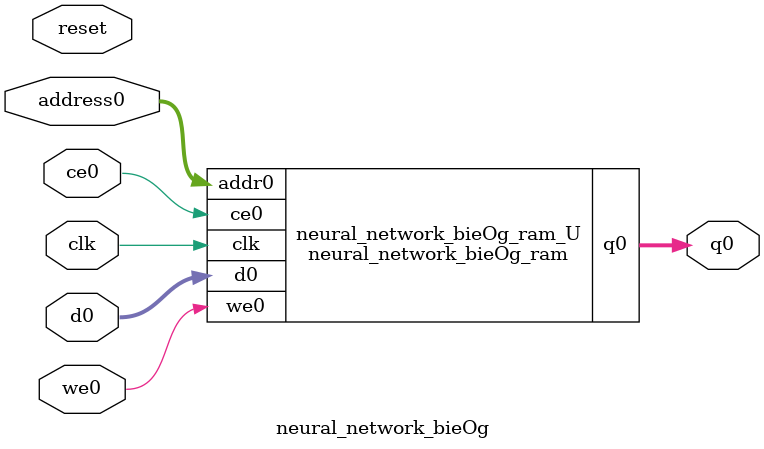
<source format=v>

`timescale 1 ns / 1 ps
module neural_network_bieOg_ram (addr0, ce0, d0, we0, q0,  clk);

parameter DWIDTH = 8;
parameter AWIDTH = 4;
parameter MEM_SIZE = 10;

input[AWIDTH-1:0] addr0;
input ce0;
input[DWIDTH-1:0] d0;
input we0;
output reg[DWIDTH-1:0] q0;
input clk;

(* ram_style = "distributed" *)reg [DWIDTH-1:0] ram[0:MEM_SIZE-1];




always @(posedge clk)  
begin 
    if (ce0) 
    begin
        if (we0) 
        begin 
            ram[addr0] <= d0; 
            q0 <= d0;
        end 
        else 
            q0 <= ram[addr0];
    end
end


endmodule


`timescale 1 ns / 1 ps
module neural_network_bieOg(
    reset,
    clk,
    address0,
    ce0,
    we0,
    d0,
    q0);

parameter DataWidth = 32'd8;
parameter AddressRange = 32'd10;
parameter AddressWidth = 32'd4;
input reset;
input clk;
input[AddressWidth - 1:0] address0;
input ce0;
input we0;
input[DataWidth - 1:0] d0;
output[DataWidth - 1:0] q0;



neural_network_bieOg_ram neural_network_bieOg_ram_U(
    .clk( clk ),
    .addr0( address0 ),
    .ce0( ce0 ),
    .d0( d0 ),
    .we0( we0 ),
    .q0( q0 ));

endmodule


</source>
